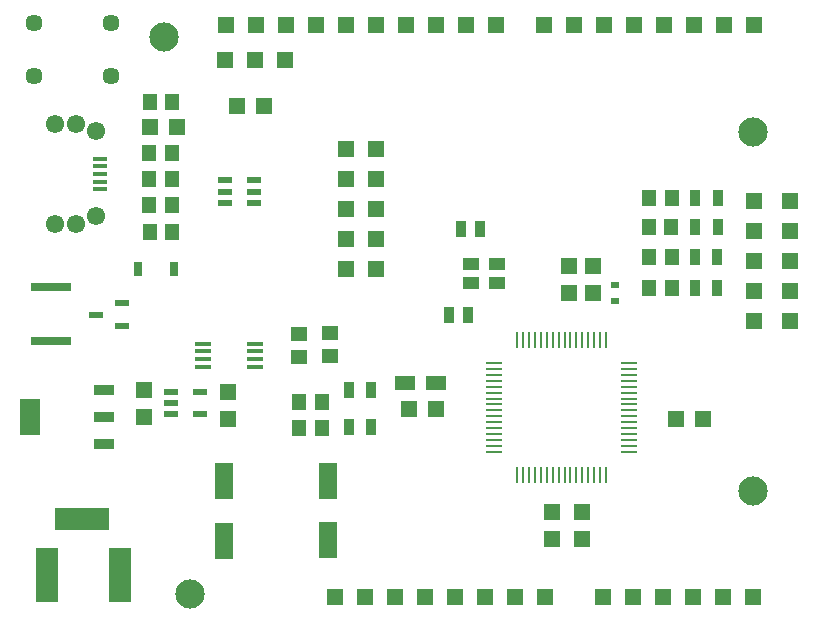
<source format=gtp>
G04 DesignSpark PCB Gerber Version 12.0 Build 5942*
%FSLAX35Y35*%
%MOMM*%
%AMT115*0 Rounded Rectangle Pad at angle 0*4,1,20,-0.88940,-2.27500,0.88940,-2.27500,0.90300,-2.27230,0.91460,-2.26460,0.92230,-2.25300,0.92500,-2.23940,0.92500,2.23940,0.92230,2.25300,0.91460,2.26460,0.90300,2.27230,0.88940,2.27500,-0.88940,2.27500,-0.90300,2.27230,-0.91460,2.26460,-0.92230,2.25300,-0.92500,2.23940,-0.92500,-2.23940,-0.92230,-2.25300,-0.91460,-2.26460,-0.90300,-2.27230,-0.88940,-2.27500,0*%
%ADD115T115*%
%ADD132R,0.25000X1.42500*%
%ADD125R,0.80000X1.15000*%
%ADD123R,0.85000X1.35000*%
%ADD134R,0.97000X1.42000*%
%ADD122R,1.24540X1.47400*%
%ADD120R,1.34700X1.47400*%
%ADD117R,1.55000X3.15000*%
%ADD119R,1.70000X3.15000*%
%ADD121R,1.47400X1.47400*%
%AMT116*0 Rounded Rectangle Pad at angle 90*4,1,20,2.27500,-0.88940,2.27500,0.88940,2.27230,0.90300,2.26460,0.91460,2.25300,0.92230,2.23940,0.92500,-2.23940,0.92500,-2.25300,0.92230,-2.26460,0.91460,-2.27230,0.90300,-2.27500,0.88940,-2.27500,-0.88940,-2.27230,-0.90300,-2.26460,-0.91460,-2.25300,-0.92230,-2.23940,-0.92500,2.23940,-0.92500,2.25300,-0.92230,2.26460,-0.91460,2.27230,-0.90300,2.27500,-0.88940,0*%
%ADD116T116*%
%ADD131R,1.42500X0.25000*%
%ADD128R,1.15000X0.40000*%
%ADD126R,1.35000X0.40000*%
%ADD124R,1.15000X0.55000*%
%ADD137R,0.65000X0.60000*%
%ADD130R,3.38000X0.80000*%
%ADD118R,1.70000X0.90000*%
%ADD133R,1.35000X1.05000*%
%ADD127R,1.47400X1.24540*%
%ADD136R,1.75000X1.25000*%
%ADD138C,1.45000*%
%ADD129C,1.55000*%
%ADD135R,1.47400X1.34700*%
%ADD114C,2.47400*%
X0Y0D02*
D02*
D114*
X43648050Y48045270D03*
X43868050Y43330270D03*
X48633050Y44195270D03*
Y47240270D03*
D02*
D115*
X42655050Y43488270D03*
X43275050D03*
D02*
D116*
X42955050Y43958270D03*
D02*
D117*
X44152050Y43779270D03*
Y44279270D03*
X45038050Y43782270D03*
Y44282270D03*
D02*
D118*
X43137050Y44592270D03*
Y44822270D03*
Y45052270D03*
D02*
D119*
X42507050Y44822270D03*
D02*
D120*
X43476050Y44824970D03*
Y45053570D03*
X44185550Y44810970D03*
Y45039570D03*
X46928050Y43791970D03*
Y44020570D03*
X47071050Y45870970D03*
Y46099570D03*
X47188050Y43790970D03*
Y44019570D03*
X47282050Y45872970D03*
Y46101570D03*
D02*
D121*
X44165550Y47847770D03*
X44170600Y48144000D03*
X44419550Y47847770D03*
X44424600Y48144000D03*
X44673550Y47847770D03*
X44678600Y48144000D03*
X44932600D03*
X45090000Y43301000D03*
X45186600Y46077770D03*
Y46331770D03*
Y46585770D03*
Y46839770D03*
Y47093770D03*
Y48144000D03*
X45344000Y43301000D03*
X45440600Y46077770D03*
Y46331770D03*
Y46585770D03*
Y46839770D03*
Y47093770D03*
Y48144000D03*
X45598000Y43301000D03*
X45694600Y48144000D03*
X45852000Y43301000D03*
X45948600Y48144000D03*
X46106000Y43301000D03*
X46202600Y48144000D03*
X46360000Y43301000D03*
X46456600Y48144000D03*
X46614000Y43301000D03*
X46865050Y48140270D03*
X46868000Y43301000D03*
X47119050Y48140270D03*
X47361000Y43301000D03*
X47373050Y48140270D03*
X47615000Y43301000D03*
X47627050Y48140270D03*
X47869000Y43301000D03*
X47881050Y48140270D03*
X48123000Y43301000D03*
X48135050Y48140270D03*
X48377000Y43301000D03*
X48389050Y48140270D03*
X48631000Y43301000D03*
X48641050Y45639270D03*
Y45893270D03*
Y46147270D03*
Y46401270D03*
Y46655270D03*
X48643050Y48140270D03*
X48942050Y45639270D03*
Y45893270D03*
Y46147270D03*
Y46401270D03*
Y46655270D03*
D02*
D122*
X43520800Y46620270D03*
Y46842270D03*
Y47064270D03*
X43523800Y46394270D03*
Y47495270D03*
X43711300Y46620270D03*
Y46842270D03*
Y47064270D03*
X43714300Y46394270D03*
Y47495270D03*
X44790300Y44727770D03*
Y44950270D03*
X44980800Y44727770D03*
Y44950270D03*
X47747800Y46432770D03*
X47752800Y46177770D03*
Y46682770D03*
X47755300Y45920270D03*
X47938300Y46432770D03*
X47943300Y46177770D03*
Y46682770D03*
X47945800Y45920270D03*
D02*
D123*
X45208050Y44740270D03*
Y45050270D03*
X45398050Y44740270D03*
Y45050270D03*
X48140550Y45920270D03*
X48140560Y46180270D03*
X48143050Y46432770D03*
Y46682770D03*
X48330550Y45920270D03*
X48330560Y46180270D03*
X48333050Y46432770D03*
Y46682770D03*
D02*
D124*
X43070050Y45692270D03*
X43290050Y45597270D03*
Y45787270D03*
X43702050Y44849270D03*
Y44944270D03*
Y45039270D03*
X43952050Y44849270D03*
Y45039270D03*
X44158050Y46637770D03*
Y46732770D03*
Y46827770D03*
X44408050Y46637770D03*
Y46732770D03*
Y46827770D03*
D02*
D125*
X43425550Y46080270D03*
X43730550D03*
D02*
D126*
X43975050Y45251770D03*
Y45316770D03*
Y45381770D03*
Y45446770D03*
X44415050Y45251770D03*
Y45316770D03*
Y45381770D03*
Y45446770D03*
D02*
D127*
X44792050Y45336020D03*
Y45526520D03*
X45051050Y45344020D03*
Y45534520D03*
D02*
D128*
X43100550Y46752770D03*
Y46817770D03*
Y46882770D03*
Y46947770D03*
Y47012770D03*
D02*
D129*
X42725550Y46460270D03*
Y47305270D03*
X42900550Y46460270D03*
Y47305270D03*
X43070550Y46522770D03*
Y47242770D03*
D02*
D130*
X42689050Y45469270D03*
Y45929270D03*
D02*
D131*
X46438250Y44531270D03*
Y44581270D03*
Y44631270D03*
Y44681270D03*
Y44731270D03*
Y44781270D03*
Y44831270D03*
Y44881270D03*
Y44931270D03*
Y44981270D03*
Y45031270D03*
Y45081270D03*
Y45131270D03*
Y45181270D03*
Y45231270D03*
Y45281270D03*
X47585850Y44531270D03*
Y44581270D03*
Y44631270D03*
Y44681270D03*
Y44731270D03*
Y44781270D03*
Y44831270D03*
Y44881270D03*
Y44931270D03*
Y44981270D03*
Y45031270D03*
Y45081270D03*
Y45131270D03*
Y45181270D03*
Y45231270D03*
Y45281270D03*
D02*
D132*
X46637050Y44332470D03*
Y45480070D03*
X46687050Y44332470D03*
Y45480070D03*
X46737050Y44332470D03*
Y45480070D03*
X46787050Y44332470D03*
Y45480070D03*
X46837050Y44332470D03*
Y45480070D03*
X46887050Y44332470D03*
Y45480070D03*
X46937050Y44332470D03*
Y45480070D03*
X46987050Y44332470D03*
Y45480070D03*
X47037050Y44332470D03*
Y45480070D03*
X47087050Y44332470D03*
Y45480070D03*
X47137050Y44332470D03*
Y45480070D03*
X47187050Y44332470D03*
Y45480070D03*
X47237050Y44332470D03*
Y45480070D03*
X47287050Y44332470D03*
Y45480070D03*
X47337050Y44332470D03*
Y45480070D03*
X47387050Y44332470D03*
Y45480070D03*
D02*
D133*
X46248050Y45963270D03*
Y46123270D03*
X46468050Y45963270D03*
Y46123270D03*
D02*
D134*
X46055550Y45692770D03*
X46158050Y46420270D03*
X46215550Y45692770D03*
X46318050Y46420270D03*
D02*
D135*
X43527750Y47279270D03*
X43756350D03*
X44261250Y47455270D03*
X44489850D03*
X45717750Y44890270D03*
X45946350D03*
X47976750Y44806270D03*
X48205350D03*
D02*
D136*
X45689050Y45116270D03*
X45949050D03*
D02*
D137*
X47464550Y45810270D03*
Y45945270D03*
D02*
D138*
X42546050Y47710270D03*
Y48160270D03*
X43196050Y47710270D03*
Y48160270D03*
X0Y0D02*
M02*

</source>
